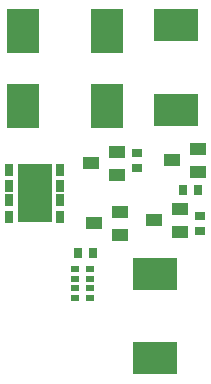
<source format=gtp>
G75*
G70*
%OFA0B0*%
%FSLAX24Y24*%
%IPPOS*%
%LPD*%
%AMOC8*
5,1,8,0,0,1.08239X$1,22.5*
%
%ADD10R,0.1100X0.1500*%
%ADD11R,0.1500X0.1100*%
%ADD12R,0.0551X0.0394*%
%ADD13R,0.0354X0.0276*%
%ADD14R,0.0276X0.0354*%
%ADD15R,0.1142X0.1969*%
%ADD16R,0.0276X0.0394*%
%ADD17R,0.0256X0.0197*%
D10*
X001480Y009680D03*
X001480Y012180D03*
X004290Y012180D03*
X004290Y009680D03*
D11*
X006580Y009570D03*
X006580Y012380D03*
X005880Y004090D03*
X005880Y001280D03*
D12*
X004713Y005406D03*
X004713Y006154D03*
X004613Y007406D03*
X004613Y008154D03*
X003747Y007780D03*
X003847Y005780D03*
X005847Y005880D03*
X006713Y005506D03*
X006713Y006254D03*
X007313Y007506D03*
X007313Y008254D03*
X006447Y007880D03*
D13*
X005280Y007624D03*
X005280Y008136D03*
X007380Y006036D03*
X007380Y005524D03*
D14*
X007336Y006880D03*
X006824Y006880D03*
X003836Y004780D03*
X003324Y004780D03*
D15*
X001880Y006780D03*
D16*
X001034Y006544D03*
X001034Y007016D03*
X001034Y007567D03*
X001034Y005993D03*
X002726Y005993D03*
X002726Y006544D03*
X002726Y007016D03*
X002726Y007567D03*
D17*
X003234Y003308D03*
X003234Y003623D03*
X003234Y003937D03*
X003234Y004252D03*
X003726Y004252D03*
X003726Y003937D03*
X003726Y003623D03*
X003726Y003308D03*
M02*

</source>
